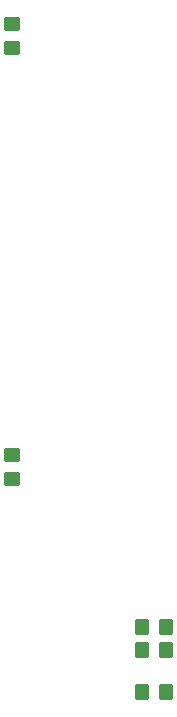
<source format=gbr>
%TF.GenerationSoftware,KiCad,Pcbnew,7.0.2*%
%TF.CreationDate,2023-07-26T10:45:46-04:00*%
%TF.ProjectId,i2csplitter,69326373-706c-4697-9474-65722e6b6963,rev?*%
%TF.SameCoordinates,Original*%
%TF.FileFunction,Paste,Top*%
%TF.FilePolarity,Positive*%
%FSLAX46Y46*%
G04 Gerber Fmt 4.6, Leading zero omitted, Abs format (unit mm)*
G04 Created by KiCad (PCBNEW 7.0.2) date 2023-07-26 10:45:46*
%MOMM*%
%LPD*%
G01*
G04 APERTURE LIST*
G04 Aperture macros list*
%AMRoundRect*
0 Rectangle with rounded corners*
0 $1 Rounding radius*
0 $2 $3 $4 $5 $6 $7 $8 $9 X,Y pos of 4 corners*
0 Add a 4 corners polygon primitive as box body*
4,1,4,$2,$3,$4,$5,$6,$7,$8,$9,$2,$3,0*
0 Add four circle primitives for the rounded corners*
1,1,$1+$1,$2,$3*
1,1,$1+$1,$4,$5*
1,1,$1+$1,$6,$7*
1,1,$1+$1,$8,$9*
0 Add four rect primitives between the rounded corners*
20,1,$1+$1,$2,$3,$4,$5,0*
20,1,$1+$1,$4,$5,$6,$7,0*
20,1,$1+$1,$6,$7,$8,$9,0*
20,1,$1+$1,$8,$9,$2,$3,0*%
G04 Aperture macros list end*
%ADD10RoundRect,0.250000X-0.350000X-0.450000X0.350000X-0.450000X0.350000X0.450000X-0.350000X0.450000X0*%
%ADD11RoundRect,0.250000X-0.450000X0.350000X-0.450000X-0.350000X0.450000X-0.350000X0.450000X0.350000X0*%
%ADD12RoundRect,0.250000X0.350000X0.450000X-0.350000X0.450000X-0.350000X-0.450000X0.350000X-0.450000X0*%
%ADD13RoundRect,0.250000X0.450000X-0.350000X0.450000X0.350000X-0.450000X0.350000X-0.450000X-0.350000X0*%
G04 APERTURE END LIST*
D10*
%TO.C,R5*%
X117500000Y-97000000D03*
X119500000Y-97000000D03*
%TD*%
D11*
%TO.C,R3*%
X106500000Y-44000000D03*
X106500000Y-46000000D03*
%TD*%
D10*
%TO.C,R4*%
X117500000Y-95000000D03*
X119500000Y-95000000D03*
%TD*%
D12*
%TO.C,R1*%
X119500000Y-100500000D03*
X117500000Y-100500000D03*
%TD*%
D13*
%TO.C,R2*%
X106500000Y-82500000D03*
X106500000Y-80500000D03*
%TD*%
M02*

</source>
